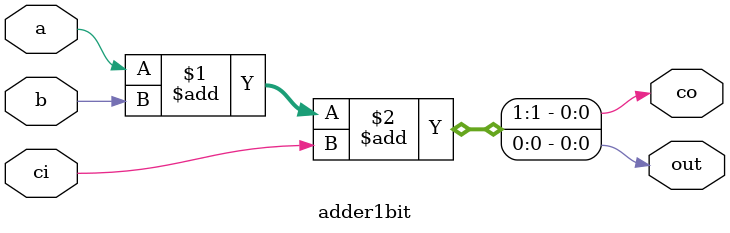
<source format=v>
module adder1bit(

output     out,
output      co,
input        a,
input        b,
input        ci
);

assign {co,out} = a + b + ci;

endmodule

</source>
